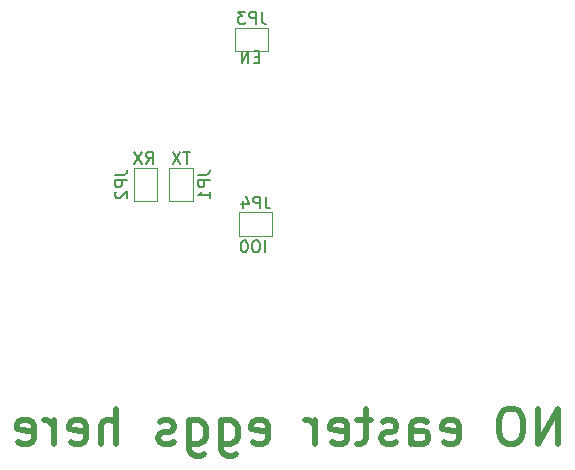
<source format=gbr>
%TF.GenerationSoftware,KiCad,Pcbnew,9.0.6*%
%TF.CreationDate,2025-12-27T23:02:08-08:00*%
%TF.ProjectId,Test Rocket Board,54657374-2052-46f6-936b-657420426f61,rev?*%
%TF.SameCoordinates,Original*%
%TF.FileFunction,Legend,Bot*%
%TF.FilePolarity,Positive*%
%FSLAX46Y46*%
G04 Gerber Fmt 4.6, Leading zero omitted, Abs format (unit mm)*
G04 Created by KiCad (PCBNEW 9.0.6) date 2025-12-27 23:02:08*
%MOMM*%
%LPD*%
G01*
G04 APERTURE LIST*
%ADD10C,0.200000*%
%ADD11C,0.500000*%
%ADD12C,0.150000*%
%ADD13C,0.120000*%
G04 APERTURE END LIST*
D10*
X158058898Y-98867219D02*
X158392231Y-98391028D01*
X158630326Y-98867219D02*
X158630326Y-97867219D01*
X158630326Y-97867219D02*
X158249374Y-97867219D01*
X158249374Y-97867219D02*
X158154136Y-97914838D01*
X158154136Y-97914838D02*
X158106517Y-97962457D01*
X158106517Y-97962457D02*
X158058898Y-98057695D01*
X158058898Y-98057695D02*
X158058898Y-98200552D01*
X158058898Y-98200552D02*
X158106517Y-98295790D01*
X158106517Y-98295790D02*
X158154136Y-98343409D01*
X158154136Y-98343409D02*
X158249374Y-98391028D01*
X158249374Y-98391028D02*
X158630326Y-98391028D01*
X157725564Y-97867219D02*
X157058898Y-98867219D01*
X157058898Y-97867219D02*
X157725564Y-98867219D01*
X161773183Y-97867219D02*
X161201755Y-97867219D01*
X161487469Y-98867219D02*
X161487469Y-97867219D01*
X160963659Y-97867219D02*
X160296993Y-98867219D01*
X160296993Y-97867219D02*
X160963659Y-98867219D01*
X168130326Y-106367219D02*
X168130326Y-105367219D01*
X167463660Y-105367219D02*
X167273184Y-105367219D01*
X167273184Y-105367219D02*
X167177946Y-105414838D01*
X167177946Y-105414838D02*
X167082708Y-105510076D01*
X167082708Y-105510076D02*
X167035089Y-105700552D01*
X167035089Y-105700552D02*
X167035089Y-106033885D01*
X167035089Y-106033885D02*
X167082708Y-106224361D01*
X167082708Y-106224361D02*
X167177946Y-106319600D01*
X167177946Y-106319600D02*
X167273184Y-106367219D01*
X167273184Y-106367219D02*
X167463660Y-106367219D01*
X167463660Y-106367219D02*
X167558898Y-106319600D01*
X167558898Y-106319600D02*
X167654136Y-106224361D01*
X167654136Y-106224361D02*
X167701755Y-106033885D01*
X167701755Y-106033885D02*
X167701755Y-105700552D01*
X167701755Y-105700552D02*
X167654136Y-105510076D01*
X167654136Y-105510076D02*
X167558898Y-105414838D01*
X167558898Y-105414838D02*
X167463660Y-105367219D01*
X166416041Y-105367219D02*
X166320803Y-105367219D01*
X166320803Y-105367219D02*
X166225565Y-105414838D01*
X166225565Y-105414838D02*
X166177946Y-105462457D01*
X166177946Y-105462457D02*
X166130327Y-105557695D01*
X166130327Y-105557695D02*
X166082708Y-105748171D01*
X166082708Y-105748171D02*
X166082708Y-105986266D01*
X166082708Y-105986266D02*
X166130327Y-106176742D01*
X166130327Y-106176742D02*
X166177946Y-106271980D01*
X166177946Y-106271980D02*
X166225565Y-106319600D01*
X166225565Y-106319600D02*
X166320803Y-106367219D01*
X166320803Y-106367219D02*
X166416041Y-106367219D01*
X166416041Y-106367219D02*
X166511279Y-106319600D01*
X166511279Y-106319600D02*
X166558898Y-106271980D01*
X166558898Y-106271980D02*
X166606517Y-106176742D01*
X166606517Y-106176742D02*
X166654136Y-105986266D01*
X166654136Y-105986266D02*
X166654136Y-105748171D01*
X166654136Y-105748171D02*
X166606517Y-105557695D01*
X166606517Y-105557695D02*
X166558898Y-105462457D01*
X166558898Y-105462457D02*
X166511279Y-105414838D01*
X166511279Y-105414838D02*
X166416041Y-105367219D01*
X167630326Y-89843409D02*
X167296993Y-89843409D01*
X167154136Y-90367219D02*
X167630326Y-90367219D01*
X167630326Y-90367219D02*
X167630326Y-89367219D01*
X167630326Y-89367219D02*
X167154136Y-89367219D01*
X166725564Y-90367219D02*
X166725564Y-89367219D01*
X166725564Y-89367219D02*
X166154136Y-90367219D01*
X166154136Y-90367219D02*
X166154136Y-89367219D01*
D11*
X192956767Y-122606857D02*
X192956767Y-119606857D01*
X192956767Y-119606857D02*
X191242481Y-122606857D01*
X191242481Y-122606857D02*
X191242481Y-119606857D01*
X189242481Y-119606857D02*
X188671053Y-119606857D01*
X188671053Y-119606857D02*
X188385338Y-119749714D01*
X188385338Y-119749714D02*
X188099624Y-120035428D01*
X188099624Y-120035428D02*
X187956767Y-120606857D01*
X187956767Y-120606857D02*
X187956767Y-121606857D01*
X187956767Y-121606857D02*
X188099624Y-122178285D01*
X188099624Y-122178285D02*
X188385338Y-122464000D01*
X188385338Y-122464000D02*
X188671053Y-122606857D01*
X188671053Y-122606857D02*
X189242481Y-122606857D01*
X189242481Y-122606857D02*
X189528196Y-122464000D01*
X189528196Y-122464000D02*
X189813910Y-122178285D01*
X189813910Y-122178285D02*
X189956767Y-121606857D01*
X189956767Y-121606857D02*
X189956767Y-120606857D01*
X189956767Y-120606857D02*
X189813910Y-120035428D01*
X189813910Y-120035428D02*
X189528196Y-119749714D01*
X189528196Y-119749714D02*
X189242481Y-119606857D01*
X183242482Y-122464000D02*
X183528196Y-122606857D01*
X183528196Y-122606857D02*
X184099625Y-122606857D01*
X184099625Y-122606857D02*
X184385339Y-122464000D01*
X184385339Y-122464000D02*
X184528196Y-122178285D01*
X184528196Y-122178285D02*
X184528196Y-121035428D01*
X184528196Y-121035428D02*
X184385339Y-120749714D01*
X184385339Y-120749714D02*
X184099625Y-120606857D01*
X184099625Y-120606857D02*
X183528196Y-120606857D01*
X183528196Y-120606857D02*
X183242482Y-120749714D01*
X183242482Y-120749714D02*
X183099625Y-121035428D01*
X183099625Y-121035428D02*
X183099625Y-121321142D01*
X183099625Y-121321142D02*
X184528196Y-121606857D01*
X180528196Y-122606857D02*
X180528196Y-121035428D01*
X180528196Y-121035428D02*
X180671053Y-120749714D01*
X180671053Y-120749714D02*
X180956767Y-120606857D01*
X180956767Y-120606857D02*
X181528196Y-120606857D01*
X181528196Y-120606857D02*
X181813910Y-120749714D01*
X180528196Y-122464000D02*
X180813910Y-122606857D01*
X180813910Y-122606857D02*
X181528196Y-122606857D01*
X181528196Y-122606857D02*
X181813910Y-122464000D01*
X181813910Y-122464000D02*
X181956767Y-122178285D01*
X181956767Y-122178285D02*
X181956767Y-121892571D01*
X181956767Y-121892571D02*
X181813910Y-121606857D01*
X181813910Y-121606857D02*
X181528196Y-121464000D01*
X181528196Y-121464000D02*
X180813910Y-121464000D01*
X180813910Y-121464000D02*
X180528196Y-121321142D01*
X179242481Y-122464000D02*
X178956767Y-122606857D01*
X178956767Y-122606857D02*
X178385338Y-122606857D01*
X178385338Y-122606857D02*
X178099624Y-122464000D01*
X178099624Y-122464000D02*
X177956767Y-122178285D01*
X177956767Y-122178285D02*
X177956767Y-122035428D01*
X177956767Y-122035428D02*
X178099624Y-121749714D01*
X178099624Y-121749714D02*
X178385338Y-121606857D01*
X178385338Y-121606857D02*
X178813910Y-121606857D01*
X178813910Y-121606857D02*
X179099624Y-121464000D01*
X179099624Y-121464000D02*
X179242481Y-121178285D01*
X179242481Y-121178285D02*
X179242481Y-121035428D01*
X179242481Y-121035428D02*
X179099624Y-120749714D01*
X179099624Y-120749714D02*
X178813910Y-120606857D01*
X178813910Y-120606857D02*
X178385338Y-120606857D01*
X178385338Y-120606857D02*
X178099624Y-120749714D01*
X177099624Y-120606857D02*
X175956767Y-120606857D01*
X176671053Y-119606857D02*
X176671053Y-122178285D01*
X176671053Y-122178285D02*
X176528196Y-122464000D01*
X176528196Y-122464000D02*
X176242481Y-122606857D01*
X176242481Y-122606857D02*
X175956767Y-122606857D01*
X173813910Y-122464000D02*
X174099624Y-122606857D01*
X174099624Y-122606857D02*
X174671053Y-122606857D01*
X174671053Y-122606857D02*
X174956767Y-122464000D01*
X174956767Y-122464000D02*
X175099624Y-122178285D01*
X175099624Y-122178285D02*
X175099624Y-121035428D01*
X175099624Y-121035428D02*
X174956767Y-120749714D01*
X174956767Y-120749714D02*
X174671053Y-120606857D01*
X174671053Y-120606857D02*
X174099624Y-120606857D01*
X174099624Y-120606857D02*
X173813910Y-120749714D01*
X173813910Y-120749714D02*
X173671053Y-121035428D01*
X173671053Y-121035428D02*
X173671053Y-121321142D01*
X173671053Y-121321142D02*
X175099624Y-121606857D01*
X172385338Y-122606857D02*
X172385338Y-120606857D01*
X172385338Y-121178285D02*
X172242481Y-120892571D01*
X172242481Y-120892571D02*
X172099624Y-120749714D01*
X172099624Y-120749714D02*
X171813909Y-120606857D01*
X171813909Y-120606857D02*
X171528195Y-120606857D01*
X167099624Y-122464000D02*
X167385338Y-122606857D01*
X167385338Y-122606857D02*
X167956767Y-122606857D01*
X167956767Y-122606857D02*
X168242481Y-122464000D01*
X168242481Y-122464000D02*
X168385338Y-122178285D01*
X168385338Y-122178285D02*
X168385338Y-121035428D01*
X168385338Y-121035428D02*
X168242481Y-120749714D01*
X168242481Y-120749714D02*
X167956767Y-120606857D01*
X167956767Y-120606857D02*
X167385338Y-120606857D01*
X167385338Y-120606857D02*
X167099624Y-120749714D01*
X167099624Y-120749714D02*
X166956767Y-121035428D01*
X166956767Y-121035428D02*
X166956767Y-121321142D01*
X166956767Y-121321142D02*
X168385338Y-121606857D01*
X164385338Y-120606857D02*
X164385338Y-123035428D01*
X164385338Y-123035428D02*
X164528195Y-123321142D01*
X164528195Y-123321142D02*
X164671052Y-123464000D01*
X164671052Y-123464000D02*
X164956766Y-123606857D01*
X164956766Y-123606857D02*
X165385338Y-123606857D01*
X165385338Y-123606857D02*
X165671052Y-123464000D01*
X164385338Y-122464000D02*
X164671052Y-122606857D01*
X164671052Y-122606857D02*
X165242480Y-122606857D01*
X165242480Y-122606857D02*
X165528195Y-122464000D01*
X165528195Y-122464000D02*
X165671052Y-122321142D01*
X165671052Y-122321142D02*
X165813909Y-122035428D01*
X165813909Y-122035428D02*
X165813909Y-121178285D01*
X165813909Y-121178285D02*
X165671052Y-120892571D01*
X165671052Y-120892571D02*
X165528195Y-120749714D01*
X165528195Y-120749714D02*
X165242480Y-120606857D01*
X165242480Y-120606857D02*
X164671052Y-120606857D01*
X164671052Y-120606857D02*
X164385338Y-120749714D01*
X161671052Y-120606857D02*
X161671052Y-123035428D01*
X161671052Y-123035428D02*
X161813909Y-123321142D01*
X161813909Y-123321142D02*
X161956766Y-123464000D01*
X161956766Y-123464000D02*
X162242480Y-123606857D01*
X162242480Y-123606857D02*
X162671052Y-123606857D01*
X162671052Y-123606857D02*
X162956766Y-123464000D01*
X161671052Y-122464000D02*
X161956766Y-122606857D01*
X161956766Y-122606857D02*
X162528194Y-122606857D01*
X162528194Y-122606857D02*
X162813909Y-122464000D01*
X162813909Y-122464000D02*
X162956766Y-122321142D01*
X162956766Y-122321142D02*
X163099623Y-122035428D01*
X163099623Y-122035428D02*
X163099623Y-121178285D01*
X163099623Y-121178285D02*
X162956766Y-120892571D01*
X162956766Y-120892571D02*
X162813909Y-120749714D01*
X162813909Y-120749714D02*
X162528194Y-120606857D01*
X162528194Y-120606857D02*
X161956766Y-120606857D01*
X161956766Y-120606857D02*
X161671052Y-120749714D01*
X160385337Y-122464000D02*
X160099623Y-122606857D01*
X160099623Y-122606857D02*
X159528194Y-122606857D01*
X159528194Y-122606857D02*
X159242480Y-122464000D01*
X159242480Y-122464000D02*
X159099623Y-122178285D01*
X159099623Y-122178285D02*
X159099623Y-122035428D01*
X159099623Y-122035428D02*
X159242480Y-121749714D01*
X159242480Y-121749714D02*
X159528194Y-121606857D01*
X159528194Y-121606857D02*
X159956766Y-121606857D01*
X159956766Y-121606857D02*
X160242480Y-121464000D01*
X160242480Y-121464000D02*
X160385337Y-121178285D01*
X160385337Y-121178285D02*
X160385337Y-121035428D01*
X160385337Y-121035428D02*
X160242480Y-120749714D01*
X160242480Y-120749714D02*
X159956766Y-120606857D01*
X159956766Y-120606857D02*
X159528194Y-120606857D01*
X159528194Y-120606857D02*
X159242480Y-120749714D01*
X155528195Y-122606857D02*
X155528195Y-119606857D01*
X154242481Y-122606857D02*
X154242481Y-121035428D01*
X154242481Y-121035428D02*
X154385338Y-120749714D01*
X154385338Y-120749714D02*
X154671052Y-120606857D01*
X154671052Y-120606857D02*
X155099623Y-120606857D01*
X155099623Y-120606857D02*
X155385338Y-120749714D01*
X155385338Y-120749714D02*
X155528195Y-120892571D01*
X151671052Y-122464000D02*
X151956766Y-122606857D01*
X151956766Y-122606857D02*
X152528195Y-122606857D01*
X152528195Y-122606857D02*
X152813909Y-122464000D01*
X152813909Y-122464000D02*
X152956766Y-122178285D01*
X152956766Y-122178285D02*
X152956766Y-121035428D01*
X152956766Y-121035428D02*
X152813909Y-120749714D01*
X152813909Y-120749714D02*
X152528195Y-120606857D01*
X152528195Y-120606857D02*
X151956766Y-120606857D01*
X151956766Y-120606857D02*
X151671052Y-120749714D01*
X151671052Y-120749714D02*
X151528195Y-121035428D01*
X151528195Y-121035428D02*
X151528195Y-121321142D01*
X151528195Y-121321142D02*
X152956766Y-121606857D01*
X150242480Y-122606857D02*
X150242480Y-120606857D01*
X150242480Y-121178285D02*
X150099623Y-120892571D01*
X150099623Y-120892571D02*
X149956766Y-120749714D01*
X149956766Y-120749714D02*
X149671051Y-120606857D01*
X149671051Y-120606857D02*
X149385337Y-120606857D01*
X147242480Y-122464000D02*
X147528194Y-122606857D01*
X147528194Y-122606857D02*
X148099623Y-122606857D01*
X148099623Y-122606857D02*
X148385337Y-122464000D01*
X148385337Y-122464000D02*
X148528194Y-122178285D01*
X148528194Y-122178285D02*
X148528194Y-121035428D01*
X148528194Y-121035428D02*
X148385337Y-120749714D01*
X148385337Y-120749714D02*
X148099623Y-120606857D01*
X148099623Y-120606857D02*
X147528194Y-120606857D01*
X147528194Y-120606857D02*
X147242480Y-120749714D01*
X147242480Y-120749714D02*
X147099623Y-121035428D01*
X147099623Y-121035428D02*
X147099623Y-121321142D01*
X147099623Y-121321142D02*
X148528194Y-121606857D01*
D12*
X167833333Y-86004819D02*
X167833333Y-86719104D01*
X167833333Y-86719104D02*
X167880952Y-86861961D01*
X167880952Y-86861961D02*
X167976190Y-86957200D01*
X167976190Y-86957200D02*
X168119047Y-87004819D01*
X168119047Y-87004819D02*
X168214285Y-87004819D01*
X167357142Y-87004819D02*
X167357142Y-86004819D01*
X167357142Y-86004819D02*
X166976190Y-86004819D01*
X166976190Y-86004819D02*
X166880952Y-86052438D01*
X166880952Y-86052438D02*
X166833333Y-86100057D01*
X166833333Y-86100057D02*
X166785714Y-86195295D01*
X166785714Y-86195295D02*
X166785714Y-86338152D01*
X166785714Y-86338152D02*
X166833333Y-86433390D01*
X166833333Y-86433390D02*
X166880952Y-86481009D01*
X166880952Y-86481009D02*
X166976190Y-86528628D01*
X166976190Y-86528628D02*
X167357142Y-86528628D01*
X166452380Y-86004819D02*
X165833333Y-86004819D01*
X165833333Y-86004819D02*
X166166666Y-86385771D01*
X166166666Y-86385771D02*
X166023809Y-86385771D01*
X166023809Y-86385771D02*
X165928571Y-86433390D01*
X165928571Y-86433390D02*
X165880952Y-86481009D01*
X165880952Y-86481009D02*
X165833333Y-86576247D01*
X165833333Y-86576247D02*
X165833333Y-86814342D01*
X165833333Y-86814342D02*
X165880952Y-86909580D01*
X165880952Y-86909580D02*
X165928571Y-86957200D01*
X165928571Y-86957200D02*
X166023809Y-87004819D01*
X166023809Y-87004819D02*
X166309523Y-87004819D01*
X166309523Y-87004819D02*
X166404761Y-86957200D01*
X166404761Y-86957200D02*
X166452380Y-86909580D01*
X168183333Y-101654819D02*
X168183333Y-102369104D01*
X168183333Y-102369104D02*
X168230952Y-102511961D01*
X168230952Y-102511961D02*
X168326190Y-102607200D01*
X168326190Y-102607200D02*
X168469047Y-102654819D01*
X168469047Y-102654819D02*
X168564285Y-102654819D01*
X167707142Y-102654819D02*
X167707142Y-101654819D01*
X167707142Y-101654819D02*
X167326190Y-101654819D01*
X167326190Y-101654819D02*
X167230952Y-101702438D01*
X167230952Y-101702438D02*
X167183333Y-101750057D01*
X167183333Y-101750057D02*
X167135714Y-101845295D01*
X167135714Y-101845295D02*
X167135714Y-101988152D01*
X167135714Y-101988152D02*
X167183333Y-102083390D01*
X167183333Y-102083390D02*
X167230952Y-102131009D01*
X167230952Y-102131009D02*
X167326190Y-102178628D01*
X167326190Y-102178628D02*
X167707142Y-102178628D01*
X166278571Y-101988152D02*
X166278571Y-102654819D01*
X166516666Y-101607200D02*
X166754761Y-102321485D01*
X166754761Y-102321485D02*
X166135714Y-102321485D01*
X155454819Y-99816666D02*
X156169104Y-99816666D01*
X156169104Y-99816666D02*
X156311961Y-99769047D01*
X156311961Y-99769047D02*
X156407200Y-99673809D01*
X156407200Y-99673809D02*
X156454819Y-99530952D01*
X156454819Y-99530952D02*
X156454819Y-99435714D01*
X156454819Y-100292857D02*
X155454819Y-100292857D01*
X155454819Y-100292857D02*
X155454819Y-100673809D01*
X155454819Y-100673809D02*
X155502438Y-100769047D01*
X155502438Y-100769047D02*
X155550057Y-100816666D01*
X155550057Y-100816666D02*
X155645295Y-100864285D01*
X155645295Y-100864285D02*
X155788152Y-100864285D01*
X155788152Y-100864285D02*
X155883390Y-100816666D01*
X155883390Y-100816666D02*
X155931009Y-100769047D01*
X155931009Y-100769047D02*
X155978628Y-100673809D01*
X155978628Y-100673809D02*
X155978628Y-100292857D01*
X155550057Y-101245238D02*
X155502438Y-101292857D01*
X155502438Y-101292857D02*
X155454819Y-101388095D01*
X155454819Y-101388095D02*
X155454819Y-101626190D01*
X155454819Y-101626190D02*
X155502438Y-101721428D01*
X155502438Y-101721428D02*
X155550057Y-101769047D01*
X155550057Y-101769047D02*
X155645295Y-101816666D01*
X155645295Y-101816666D02*
X155740533Y-101816666D01*
X155740533Y-101816666D02*
X155883390Y-101769047D01*
X155883390Y-101769047D02*
X156454819Y-101197619D01*
X156454819Y-101197619D02*
X156454819Y-101816666D01*
X162454819Y-99816666D02*
X163169104Y-99816666D01*
X163169104Y-99816666D02*
X163311961Y-99769047D01*
X163311961Y-99769047D02*
X163407200Y-99673809D01*
X163407200Y-99673809D02*
X163454819Y-99530952D01*
X163454819Y-99530952D02*
X163454819Y-99435714D01*
X163454819Y-100292857D02*
X162454819Y-100292857D01*
X162454819Y-100292857D02*
X162454819Y-100673809D01*
X162454819Y-100673809D02*
X162502438Y-100769047D01*
X162502438Y-100769047D02*
X162550057Y-100816666D01*
X162550057Y-100816666D02*
X162645295Y-100864285D01*
X162645295Y-100864285D02*
X162788152Y-100864285D01*
X162788152Y-100864285D02*
X162883390Y-100816666D01*
X162883390Y-100816666D02*
X162931009Y-100769047D01*
X162931009Y-100769047D02*
X162978628Y-100673809D01*
X162978628Y-100673809D02*
X162978628Y-100292857D01*
X163454819Y-101816666D02*
X163454819Y-101245238D01*
X163454819Y-101530952D02*
X162454819Y-101530952D01*
X162454819Y-101530952D02*
X162597676Y-101435714D01*
X162597676Y-101435714D02*
X162692914Y-101340476D01*
X162692914Y-101340476D02*
X162740533Y-101245238D01*
D13*
%TO.C,JP3*%
X165600000Y-87350000D02*
X168400000Y-87350000D01*
X165600000Y-89350000D02*
X165600000Y-87350000D01*
X168400000Y-87350000D02*
X168400000Y-89350000D01*
X168400000Y-89350000D02*
X165600000Y-89350000D01*
%TO.C,JP4*%
X165950000Y-103000000D02*
X168750000Y-103000000D01*
X165950000Y-105000000D02*
X165950000Y-103000000D01*
X168750000Y-103000000D02*
X168750000Y-105000000D01*
X168750000Y-105000000D02*
X165950000Y-105000000D01*
%TO.C,JP2*%
X157000000Y-99250000D02*
X159000000Y-99250000D01*
X157000000Y-102050000D02*
X157000000Y-99250000D01*
X159000000Y-99250000D02*
X159000000Y-102050000D01*
X159000000Y-102050000D02*
X157000000Y-102050000D01*
%TO.C,JP1*%
X160000000Y-99250000D02*
X162000000Y-99250000D01*
X160000000Y-102050000D02*
X160000000Y-99250000D01*
X162000000Y-99250000D02*
X162000000Y-102050000D01*
X162000000Y-102050000D02*
X160000000Y-102050000D01*
%TD*%
M02*

</source>
